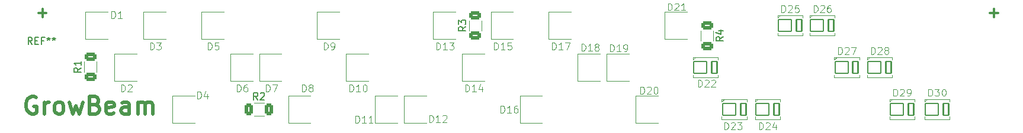
<source format=gto>
%TF.GenerationSoftware,KiCad,Pcbnew,9.0.1-9.0.1-0~ubuntu24.04.1*%
%TF.CreationDate,2025-04-24T15:40:08+00:00*%
%TF.ProjectId,growbeam,67726f77-6265-4616-9d2e-6b696361645f,rev?*%
%TF.SameCoordinates,Original*%
%TF.FileFunction,Legend,Top*%
%TF.FilePolarity,Positive*%
%FSLAX46Y46*%
G04 Gerber Fmt 4.6, Leading zero omitted, Abs format (unit mm)*
G04 Created by KiCad (PCBNEW 9.0.1-9.0.1-0~ubuntu24.04.1) date 2025-04-24 15:40:08*
%MOMM*%
%LPD*%
G01*
G04 APERTURE LIST*
G04 Aperture macros list*
%AMRoundRect*
0 Rectangle with rounded corners*
0 $1 Rounding radius*
0 $2 $3 $4 $5 $6 $7 $8 $9 X,Y pos of 4 corners*
0 Add a 4 corners polygon primitive as box body*
4,1,4,$2,$3,$4,$5,$6,$7,$8,$9,$2,$3,0*
0 Add four circle primitives for the rounded corners*
1,1,$1+$1,$2,$3*
1,1,$1+$1,$4,$5*
1,1,$1+$1,$6,$7*
1,1,$1+$1,$8,$9*
0 Add four rect primitives between the rounded corners*
20,1,$1+$1,$2,$3,$4,$5,0*
20,1,$1+$1,$4,$5,$6,$7,0*
20,1,$1+$1,$6,$7,$8,$9,0*
20,1,$1+$1,$8,$9,$2,$3,0*%
%AMFreePoly0*
4,1,27,1.750191,0.625462,1.750462,0.625191,1.750500,0.625000,1.750500,0.075000,1.750462,0.074809,1.750191,0.074538,1.750000,0.074500,1.400500,0.074500,1.400500,-0.625000,1.400462,-0.625191,1.400191,-0.625462,1.400000,-0.625500,-1.400000,-0.625500,-1.400191,-0.625462,-1.400462,-0.625191,-1.400500,-0.625000,-1.400500,0.074500,-1.750000,0.074500,-1.750191,0.074538,-1.750462,0.074809,
-1.750500,0.075000,-1.750500,0.625000,-1.750462,0.625191,-1.750191,0.625462,-1.750000,0.625500,1.750000,0.625500,1.750191,0.625462,1.750191,0.625462,$1*%
G04 Aperture macros list end*
%ADD10C,0.300000*%
%ADD11C,0.500000*%
%ADD12C,0.100000*%
%ADD13C,0.150000*%
%ADD14C,0.120000*%
%ADD15FreePoly0,270.000000*%
%ADD16FreePoly0,90.000000*%
%ADD17C,5.500000*%
%ADD18RoundRect,0.250000X-0.312500X-0.625000X0.312500X-0.625000X0.312500X0.625000X-0.312500X0.625000X0*%
%ADD19RoundRect,0.100000X-0.385000X-0.850000X0.385000X-0.850000X0.385000X0.850000X-0.385000X0.850000X0*%
%ADD20RoundRect,0.100000X-0.915000X-0.850000X0.915000X-0.850000X0.915000X0.850000X-0.915000X0.850000X0*%
%ADD21RoundRect,0.250000X0.625000X-0.312500X0.625000X0.312500X-0.625000X0.312500X-0.625000X-0.312500X0*%
%ADD22RoundRect,0.250000X-0.625000X0.312500X-0.625000X-0.312500X0.625000X-0.312500X0.625000X0.312500X0*%
G04 APERTURE END LIST*
D10*
X215554510Y-77229400D02*
X216697368Y-77229400D01*
X216125939Y-77800828D02*
X216125939Y-76657971D01*
X79554510Y-77229400D02*
X80697368Y-77229400D01*
X80125939Y-77800828D02*
X80125939Y-76657971D01*
D11*
X79233708Y-89287095D02*
X78995613Y-89168047D01*
X78995613Y-89168047D02*
X78638470Y-89168047D01*
X78638470Y-89168047D02*
X78281327Y-89287095D01*
X78281327Y-89287095D02*
X78043232Y-89525190D01*
X78043232Y-89525190D02*
X77924185Y-89763285D01*
X77924185Y-89763285D02*
X77805137Y-90239476D01*
X77805137Y-90239476D02*
X77805137Y-90596619D01*
X77805137Y-90596619D02*
X77924185Y-91072809D01*
X77924185Y-91072809D02*
X78043232Y-91310904D01*
X78043232Y-91310904D02*
X78281327Y-91549000D01*
X78281327Y-91549000D02*
X78638470Y-91668047D01*
X78638470Y-91668047D02*
X78876566Y-91668047D01*
X78876566Y-91668047D02*
X79233708Y-91549000D01*
X79233708Y-91549000D02*
X79352756Y-91429952D01*
X79352756Y-91429952D02*
X79352756Y-90596619D01*
X79352756Y-90596619D02*
X78876566Y-90596619D01*
X80424185Y-91668047D02*
X80424185Y-90001380D01*
X80424185Y-90477571D02*
X80543232Y-90239476D01*
X80543232Y-90239476D02*
X80662280Y-90120428D01*
X80662280Y-90120428D02*
X80900375Y-90001380D01*
X80900375Y-90001380D02*
X81138470Y-90001380D01*
X82328946Y-91668047D02*
X82090851Y-91549000D01*
X82090851Y-91549000D02*
X81971804Y-91429952D01*
X81971804Y-91429952D02*
X81852756Y-91191857D01*
X81852756Y-91191857D02*
X81852756Y-90477571D01*
X81852756Y-90477571D02*
X81971804Y-90239476D01*
X81971804Y-90239476D02*
X82090851Y-90120428D01*
X82090851Y-90120428D02*
X82328946Y-90001380D01*
X82328946Y-90001380D02*
X82686089Y-90001380D01*
X82686089Y-90001380D02*
X82924185Y-90120428D01*
X82924185Y-90120428D02*
X83043232Y-90239476D01*
X83043232Y-90239476D02*
X83162280Y-90477571D01*
X83162280Y-90477571D02*
X83162280Y-91191857D01*
X83162280Y-91191857D02*
X83043232Y-91429952D01*
X83043232Y-91429952D02*
X82924185Y-91549000D01*
X82924185Y-91549000D02*
X82686089Y-91668047D01*
X82686089Y-91668047D02*
X82328946Y-91668047D01*
X83995613Y-90001380D02*
X84471804Y-91668047D01*
X84471804Y-91668047D02*
X84947994Y-90477571D01*
X84947994Y-90477571D02*
X85424185Y-91668047D01*
X85424185Y-91668047D02*
X85900375Y-90001380D01*
X87686090Y-90358523D02*
X88043233Y-90477571D01*
X88043233Y-90477571D02*
X88162280Y-90596619D01*
X88162280Y-90596619D02*
X88281328Y-90834714D01*
X88281328Y-90834714D02*
X88281328Y-91191857D01*
X88281328Y-91191857D02*
X88162280Y-91429952D01*
X88162280Y-91429952D02*
X88043233Y-91549000D01*
X88043233Y-91549000D02*
X87805138Y-91668047D01*
X87805138Y-91668047D02*
X86852757Y-91668047D01*
X86852757Y-91668047D02*
X86852757Y-89168047D01*
X86852757Y-89168047D02*
X87686090Y-89168047D01*
X87686090Y-89168047D02*
X87924185Y-89287095D01*
X87924185Y-89287095D02*
X88043233Y-89406142D01*
X88043233Y-89406142D02*
X88162280Y-89644238D01*
X88162280Y-89644238D02*
X88162280Y-89882333D01*
X88162280Y-89882333D02*
X88043233Y-90120428D01*
X88043233Y-90120428D02*
X87924185Y-90239476D01*
X87924185Y-90239476D02*
X87686090Y-90358523D01*
X87686090Y-90358523D02*
X86852757Y-90358523D01*
X90305138Y-91549000D02*
X90067042Y-91668047D01*
X90067042Y-91668047D02*
X89590852Y-91668047D01*
X89590852Y-91668047D02*
X89352757Y-91549000D01*
X89352757Y-91549000D02*
X89233709Y-91310904D01*
X89233709Y-91310904D02*
X89233709Y-90358523D01*
X89233709Y-90358523D02*
X89352757Y-90120428D01*
X89352757Y-90120428D02*
X89590852Y-90001380D01*
X89590852Y-90001380D02*
X90067042Y-90001380D01*
X90067042Y-90001380D02*
X90305138Y-90120428D01*
X90305138Y-90120428D02*
X90424185Y-90358523D01*
X90424185Y-90358523D02*
X90424185Y-90596619D01*
X90424185Y-90596619D02*
X89233709Y-90834714D01*
X92567042Y-91668047D02*
X92567042Y-90358523D01*
X92567042Y-90358523D02*
X92447995Y-90120428D01*
X92447995Y-90120428D02*
X92209899Y-90001380D01*
X92209899Y-90001380D02*
X91733709Y-90001380D01*
X91733709Y-90001380D02*
X91495614Y-90120428D01*
X92567042Y-91549000D02*
X92328947Y-91668047D01*
X92328947Y-91668047D02*
X91733709Y-91668047D01*
X91733709Y-91668047D02*
X91495614Y-91549000D01*
X91495614Y-91549000D02*
X91376566Y-91310904D01*
X91376566Y-91310904D02*
X91376566Y-91072809D01*
X91376566Y-91072809D02*
X91495614Y-90834714D01*
X91495614Y-90834714D02*
X91733709Y-90715666D01*
X91733709Y-90715666D02*
X92328947Y-90715666D01*
X92328947Y-90715666D02*
X92567042Y-90596619D01*
X93757519Y-91668047D02*
X93757519Y-90001380D01*
X93757519Y-90239476D02*
X93876566Y-90120428D01*
X93876566Y-90120428D02*
X94114661Y-90001380D01*
X94114661Y-90001380D02*
X94471804Y-90001380D01*
X94471804Y-90001380D02*
X94709900Y-90120428D01*
X94709900Y-90120428D02*
X94828947Y-90358523D01*
X94828947Y-90358523D02*
X94828947Y-91668047D01*
X94828947Y-90358523D02*
X94947995Y-90120428D01*
X94947995Y-90120428D02*
X95186090Y-90001380D01*
X95186090Y-90001380D02*
X95543233Y-90001380D01*
X95543233Y-90001380D02*
X95781328Y-90120428D01*
X95781328Y-90120428D02*
X95900376Y-90358523D01*
X95900376Y-90358523D02*
X95900376Y-91668047D01*
D12*
X107951905Y-88457419D02*
X107951905Y-87457419D01*
X107951905Y-87457419D02*
X108190000Y-87457419D01*
X108190000Y-87457419D02*
X108332857Y-87505038D01*
X108332857Y-87505038D02*
X108428095Y-87600276D01*
X108428095Y-87600276D02*
X108475714Y-87695514D01*
X108475714Y-87695514D02*
X108523333Y-87885990D01*
X108523333Y-87885990D02*
X108523333Y-88028847D01*
X108523333Y-88028847D02*
X108475714Y-88219323D01*
X108475714Y-88219323D02*
X108428095Y-88314561D01*
X108428095Y-88314561D02*
X108332857Y-88409800D01*
X108332857Y-88409800D02*
X108190000Y-88457419D01*
X108190000Y-88457419D02*
X107951905Y-88457419D01*
X109380476Y-87457419D02*
X109190000Y-87457419D01*
X109190000Y-87457419D02*
X109094762Y-87505038D01*
X109094762Y-87505038D02*
X109047143Y-87552657D01*
X109047143Y-87552657D02*
X108951905Y-87695514D01*
X108951905Y-87695514D02*
X108904286Y-87885990D01*
X108904286Y-87885990D02*
X108904286Y-88266942D01*
X108904286Y-88266942D02*
X108951905Y-88362180D01*
X108951905Y-88362180D02*
X108999524Y-88409800D01*
X108999524Y-88409800D02*
X109094762Y-88457419D01*
X109094762Y-88457419D02*
X109285238Y-88457419D01*
X109285238Y-88457419D02*
X109380476Y-88409800D01*
X109380476Y-88409800D02*
X109428095Y-88362180D01*
X109428095Y-88362180D02*
X109475714Y-88266942D01*
X109475714Y-88266942D02*
X109475714Y-88028847D01*
X109475714Y-88028847D02*
X109428095Y-87933609D01*
X109428095Y-87933609D02*
X109380476Y-87885990D01*
X109380476Y-87885990D02*
X109285238Y-87838371D01*
X109285238Y-87838371D02*
X109094762Y-87838371D01*
X109094762Y-87838371D02*
X108999524Y-87885990D01*
X108999524Y-87885990D02*
X108951905Y-87933609D01*
X108951905Y-87933609D02*
X108904286Y-88028847D01*
X103813905Y-82457419D02*
X103813905Y-81457419D01*
X103813905Y-81457419D02*
X104052000Y-81457419D01*
X104052000Y-81457419D02*
X104194857Y-81505038D01*
X104194857Y-81505038D02*
X104290095Y-81600276D01*
X104290095Y-81600276D02*
X104337714Y-81695514D01*
X104337714Y-81695514D02*
X104385333Y-81885990D01*
X104385333Y-81885990D02*
X104385333Y-82028847D01*
X104385333Y-82028847D02*
X104337714Y-82219323D01*
X104337714Y-82219323D02*
X104290095Y-82314561D01*
X104290095Y-82314561D02*
X104194857Y-82409800D01*
X104194857Y-82409800D02*
X104052000Y-82457419D01*
X104052000Y-82457419D02*
X103813905Y-82457419D01*
X105290095Y-81457419D02*
X104813905Y-81457419D01*
X104813905Y-81457419D02*
X104766286Y-81933609D01*
X104766286Y-81933609D02*
X104813905Y-81885990D01*
X104813905Y-81885990D02*
X104909143Y-81838371D01*
X104909143Y-81838371D02*
X105147238Y-81838371D01*
X105147238Y-81838371D02*
X105242476Y-81885990D01*
X105242476Y-81885990D02*
X105290095Y-81933609D01*
X105290095Y-81933609D02*
X105337714Y-82028847D01*
X105337714Y-82028847D02*
X105337714Y-82266942D01*
X105337714Y-82266942D02*
X105290095Y-82362180D01*
X105290095Y-82362180D02*
X105242476Y-82409800D01*
X105242476Y-82409800D02*
X105147238Y-82457419D01*
X105147238Y-82457419D02*
X104909143Y-82457419D01*
X104909143Y-82457419D02*
X104813905Y-82409800D01*
X104813905Y-82409800D02*
X104766286Y-82362180D01*
X120364905Y-82457419D02*
X120364905Y-81457419D01*
X120364905Y-81457419D02*
X120603000Y-81457419D01*
X120603000Y-81457419D02*
X120745857Y-81505038D01*
X120745857Y-81505038D02*
X120841095Y-81600276D01*
X120841095Y-81600276D02*
X120888714Y-81695514D01*
X120888714Y-81695514D02*
X120936333Y-81885990D01*
X120936333Y-81885990D02*
X120936333Y-82028847D01*
X120936333Y-82028847D02*
X120888714Y-82219323D01*
X120888714Y-82219323D02*
X120841095Y-82314561D01*
X120841095Y-82314561D02*
X120745857Y-82409800D01*
X120745857Y-82409800D02*
X120603000Y-82457419D01*
X120603000Y-82457419D02*
X120364905Y-82457419D01*
X121412524Y-82457419D02*
X121603000Y-82457419D01*
X121603000Y-82457419D02*
X121698238Y-82409800D01*
X121698238Y-82409800D02*
X121745857Y-82362180D01*
X121745857Y-82362180D02*
X121841095Y-82219323D01*
X121841095Y-82219323D02*
X121888714Y-82028847D01*
X121888714Y-82028847D02*
X121888714Y-81647895D01*
X121888714Y-81647895D02*
X121841095Y-81552657D01*
X121841095Y-81552657D02*
X121793476Y-81505038D01*
X121793476Y-81505038D02*
X121698238Y-81457419D01*
X121698238Y-81457419D02*
X121507762Y-81457419D01*
X121507762Y-81457419D02*
X121412524Y-81505038D01*
X121412524Y-81505038D02*
X121364905Y-81552657D01*
X121364905Y-81552657D02*
X121317286Y-81647895D01*
X121317286Y-81647895D02*
X121317286Y-81885990D01*
X121317286Y-81885990D02*
X121364905Y-81981228D01*
X121364905Y-81981228D02*
X121412524Y-82028847D01*
X121412524Y-82028847D02*
X121507762Y-82076466D01*
X121507762Y-82076466D02*
X121698238Y-82076466D01*
X121698238Y-82076466D02*
X121793476Y-82028847D01*
X121793476Y-82028847D02*
X121841095Y-81981228D01*
X121841095Y-81981228D02*
X121888714Y-81885990D01*
D13*
X78666666Y-81704819D02*
X78333333Y-81228628D01*
X78095238Y-81704819D02*
X78095238Y-80704819D01*
X78095238Y-80704819D02*
X78476190Y-80704819D01*
X78476190Y-80704819D02*
X78571428Y-80752438D01*
X78571428Y-80752438D02*
X78619047Y-80800057D01*
X78619047Y-80800057D02*
X78666666Y-80895295D01*
X78666666Y-80895295D02*
X78666666Y-81038152D01*
X78666666Y-81038152D02*
X78619047Y-81133390D01*
X78619047Y-81133390D02*
X78571428Y-81181009D01*
X78571428Y-81181009D02*
X78476190Y-81228628D01*
X78476190Y-81228628D02*
X78095238Y-81228628D01*
X79095238Y-81181009D02*
X79428571Y-81181009D01*
X79571428Y-81704819D02*
X79095238Y-81704819D01*
X79095238Y-81704819D02*
X79095238Y-80704819D01*
X79095238Y-80704819D02*
X79571428Y-80704819D01*
X80333333Y-81181009D02*
X80000000Y-81181009D01*
X80000000Y-81704819D02*
X80000000Y-80704819D01*
X80000000Y-80704819D02*
X80476190Y-80704819D01*
X81000000Y-80704819D02*
X81000000Y-80942914D01*
X80761905Y-80847676D02*
X81000000Y-80942914D01*
X81000000Y-80942914D02*
X81238095Y-80847676D01*
X80857143Y-81133390D02*
X81000000Y-80942914D01*
X81000000Y-80942914D02*
X81142857Y-81133390D01*
X81761905Y-80704819D02*
X81761905Y-80942914D01*
X81523810Y-80847676D02*
X81761905Y-80942914D01*
X81761905Y-80942914D02*
X82000000Y-80847676D01*
X81619048Y-81133390D02*
X81761905Y-80942914D01*
X81761905Y-80942914D02*
X81904762Y-81133390D01*
X110920833Y-89634819D02*
X110587500Y-89158628D01*
X110349405Y-89634819D02*
X110349405Y-88634819D01*
X110349405Y-88634819D02*
X110730357Y-88634819D01*
X110730357Y-88634819D02*
X110825595Y-88682438D01*
X110825595Y-88682438D02*
X110873214Y-88730057D01*
X110873214Y-88730057D02*
X110920833Y-88825295D01*
X110920833Y-88825295D02*
X110920833Y-88968152D01*
X110920833Y-88968152D02*
X110873214Y-89063390D01*
X110873214Y-89063390D02*
X110825595Y-89111009D01*
X110825595Y-89111009D02*
X110730357Y-89158628D01*
X110730357Y-89158628D02*
X110349405Y-89158628D01*
X111301786Y-88730057D02*
X111349405Y-88682438D01*
X111349405Y-88682438D02*
X111444643Y-88634819D01*
X111444643Y-88634819D02*
X111682738Y-88634819D01*
X111682738Y-88634819D02*
X111777976Y-88682438D01*
X111777976Y-88682438D02*
X111825595Y-88730057D01*
X111825595Y-88730057D02*
X111873214Y-88825295D01*
X111873214Y-88825295D02*
X111873214Y-88920533D01*
X111873214Y-88920533D02*
X111825595Y-89063390D01*
X111825595Y-89063390D02*
X111254167Y-89634819D01*
X111254167Y-89634819D02*
X111873214Y-89634819D01*
D12*
X145617733Y-91492709D02*
X145617733Y-90492709D01*
X145617733Y-90492709D02*
X145855828Y-90492709D01*
X145855828Y-90492709D02*
X145998685Y-90540328D01*
X145998685Y-90540328D02*
X146093923Y-90635566D01*
X146093923Y-90635566D02*
X146141542Y-90730804D01*
X146141542Y-90730804D02*
X146189161Y-90921280D01*
X146189161Y-90921280D02*
X146189161Y-91064137D01*
X146189161Y-91064137D02*
X146141542Y-91254613D01*
X146141542Y-91254613D02*
X146093923Y-91349851D01*
X146093923Y-91349851D02*
X145998685Y-91445090D01*
X145998685Y-91445090D02*
X145855828Y-91492709D01*
X145855828Y-91492709D02*
X145617733Y-91492709D01*
X147141542Y-91492709D02*
X146570114Y-91492709D01*
X146855828Y-91492709D02*
X146855828Y-90492709D01*
X146855828Y-90492709D02*
X146760590Y-90635566D01*
X146760590Y-90635566D02*
X146665352Y-90730804D01*
X146665352Y-90730804D02*
X146570114Y-90778423D01*
X147998685Y-90492709D02*
X147808209Y-90492709D01*
X147808209Y-90492709D02*
X147712971Y-90540328D01*
X147712971Y-90540328D02*
X147665352Y-90587947D01*
X147665352Y-90587947D02*
X147570114Y-90730804D01*
X147570114Y-90730804D02*
X147522495Y-90921280D01*
X147522495Y-90921280D02*
X147522495Y-91302232D01*
X147522495Y-91302232D02*
X147570114Y-91397470D01*
X147570114Y-91397470D02*
X147617733Y-91445090D01*
X147617733Y-91445090D02*
X147712971Y-91492709D01*
X147712971Y-91492709D02*
X147903447Y-91492709D01*
X147903447Y-91492709D02*
X147998685Y-91445090D01*
X147998685Y-91445090D02*
X148046304Y-91397470D01*
X148046304Y-91397470D02*
X148093923Y-91302232D01*
X148093923Y-91302232D02*
X148093923Y-91064137D01*
X148093923Y-91064137D02*
X148046304Y-90968899D01*
X148046304Y-90968899D02*
X147998685Y-90921280D01*
X147998685Y-90921280D02*
X147903447Y-90873661D01*
X147903447Y-90873661D02*
X147712971Y-90873661D01*
X147712971Y-90873661D02*
X147617733Y-90921280D01*
X147617733Y-90921280D02*
X147570114Y-90968899D01*
X147570114Y-90968899D02*
X147522495Y-91064137D01*
X140578714Y-88457419D02*
X140578714Y-87457419D01*
X140578714Y-87457419D02*
X140816809Y-87457419D01*
X140816809Y-87457419D02*
X140959666Y-87505038D01*
X140959666Y-87505038D02*
X141054904Y-87600276D01*
X141054904Y-87600276D02*
X141102523Y-87695514D01*
X141102523Y-87695514D02*
X141150142Y-87885990D01*
X141150142Y-87885990D02*
X141150142Y-88028847D01*
X141150142Y-88028847D02*
X141102523Y-88219323D01*
X141102523Y-88219323D02*
X141054904Y-88314561D01*
X141054904Y-88314561D02*
X140959666Y-88409800D01*
X140959666Y-88409800D02*
X140816809Y-88457419D01*
X140816809Y-88457419D02*
X140578714Y-88457419D01*
X142102523Y-88457419D02*
X141531095Y-88457419D01*
X141816809Y-88457419D02*
X141816809Y-87457419D01*
X141816809Y-87457419D02*
X141721571Y-87600276D01*
X141721571Y-87600276D02*
X141626333Y-87695514D01*
X141626333Y-87695514D02*
X141531095Y-87743133D01*
X142959666Y-87790752D02*
X142959666Y-88457419D01*
X142721571Y-87409800D02*
X142483476Y-88124085D01*
X142483476Y-88124085D02*
X143102523Y-88124085D01*
X124889080Y-92933069D02*
X124889080Y-91933069D01*
X124889080Y-91933069D02*
X125127175Y-91933069D01*
X125127175Y-91933069D02*
X125270032Y-91980688D01*
X125270032Y-91980688D02*
X125365270Y-92075926D01*
X125365270Y-92075926D02*
X125412889Y-92171164D01*
X125412889Y-92171164D02*
X125460508Y-92361640D01*
X125460508Y-92361640D02*
X125460508Y-92504497D01*
X125460508Y-92504497D02*
X125412889Y-92694973D01*
X125412889Y-92694973D02*
X125365270Y-92790211D01*
X125365270Y-92790211D02*
X125270032Y-92885450D01*
X125270032Y-92885450D02*
X125127175Y-92933069D01*
X125127175Y-92933069D02*
X124889080Y-92933069D01*
X126412889Y-92933069D02*
X125841461Y-92933069D01*
X126127175Y-92933069D02*
X126127175Y-91933069D01*
X126127175Y-91933069D02*
X126031937Y-92075926D01*
X126031937Y-92075926D02*
X125936699Y-92171164D01*
X125936699Y-92171164D02*
X125841461Y-92218783D01*
X127365270Y-92933069D02*
X126793842Y-92933069D01*
X127079556Y-92933069D02*
X127079556Y-91933069D01*
X127079556Y-91933069D02*
X126984318Y-92075926D01*
X126984318Y-92075926D02*
X126889080Y-92171164D01*
X126889080Y-92171164D02*
X126793842Y-92218783D01*
X89999472Y-77944488D02*
X89999472Y-76944488D01*
X89999472Y-76944488D02*
X90237567Y-76944488D01*
X90237567Y-76944488D02*
X90380424Y-76992107D01*
X90380424Y-76992107D02*
X90475662Y-77087345D01*
X90475662Y-77087345D02*
X90523281Y-77182583D01*
X90523281Y-77182583D02*
X90570900Y-77373059D01*
X90570900Y-77373059D02*
X90570900Y-77515916D01*
X90570900Y-77515916D02*
X90523281Y-77706392D01*
X90523281Y-77706392D02*
X90475662Y-77801630D01*
X90475662Y-77801630D02*
X90380424Y-77896869D01*
X90380424Y-77896869D02*
X90237567Y-77944488D01*
X90237567Y-77944488D02*
X89999472Y-77944488D01*
X91523281Y-77944488D02*
X90951853Y-77944488D01*
X91237567Y-77944488D02*
X91237567Y-76944488D01*
X91237567Y-76944488D02*
X91142329Y-77087345D01*
X91142329Y-77087345D02*
X91047091Y-77182583D01*
X91047091Y-77182583D02*
X90951853Y-77230202D01*
X144716714Y-82457419D02*
X144716714Y-81457419D01*
X144716714Y-81457419D02*
X144954809Y-81457419D01*
X144954809Y-81457419D02*
X145097666Y-81505038D01*
X145097666Y-81505038D02*
X145192904Y-81600276D01*
X145192904Y-81600276D02*
X145240523Y-81695514D01*
X145240523Y-81695514D02*
X145288142Y-81885990D01*
X145288142Y-81885990D02*
X145288142Y-82028847D01*
X145288142Y-82028847D02*
X145240523Y-82219323D01*
X145240523Y-82219323D02*
X145192904Y-82314561D01*
X145192904Y-82314561D02*
X145097666Y-82409800D01*
X145097666Y-82409800D02*
X144954809Y-82457419D01*
X144954809Y-82457419D02*
X144716714Y-82457419D01*
X146240523Y-82457419D02*
X145669095Y-82457419D01*
X145954809Y-82457419D02*
X145954809Y-81457419D01*
X145954809Y-81457419D02*
X145859571Y-81600276D01*
X145859571Y-81600276D02*
X145764333Y-81695514D01*
X145764333Y-81695514D02*
X145669095Y-81743133D01*
X147145285Y-81457419D02*
X146669095Y-81457419D01*
X146669095Y-81457419D02*
X146621476Y-81933609D01*
X146621476Y-81933609D02*
X146669095Y-81885990D01*
X146669095Y-81885990D02*
X146764333Y-81838371D01*
X146764333Y-81838371D02*
X147002428Y-81838371D01*
X147002428Y-81838371D02*
X147097666Y-81885990D01*
X147097666Y-81885990D02*
X147145285Y-81933609D01*
X147145285Y-81933609D02*
X147192904Y-82028847D01*
X147192904Y-82028847D02*
X147192904Y-82266942D01*
X147192904Y-82266942D02*
X147145285Y-82362180D01*
X147145285Y-82362180D02*
X147097666Y-82409800D01*
X147097666Y-82409800D02*
X147002428Y-82457419D01*
X147002428Y-82457419D02*
X146764333Y-82457419D01*
X146764333Y-82457419D02*
X146669095Y-82409800D01*
X146669095Y-82409800D02*
X146621476Y-82362180D01*
X173855296Y-87785455D02*
X173855296Y-86785455D01*
X173855296Y-86785455D02*
X174093391Y-86785455D01*
X174093391Y-86785455D02*
X174236248Y-86833074D01*
X174236248Y-86833074D02*
X174331486Y-86928312D01*
X174331486Y-86928312D02*
X174379105Y-87023550D01*
X174379105Y-87023550D02*
X174426724Y-87214026D01*
X174426724Y-87214026D02*
X174426724Y-87356883D01*
X174426724Y-87356883D02*
X174379105Y-87547359D01*
X174379105Y-87547359D02*
X174331486Y-87642597D01*
X174331486Y-87642597D02*
X174236248Y-87737836D01*
X174236248Y-87737836D02*
X174093391Y-87785455D01*
X174093391Y-87785455D02*
X173855296Y-87785455D01*
X174807677Y-86880693D02*
X174855296Y-86833074D01*
X174855296Y-86833074D02*
X174950534Y-86785455D01*
X174950534Y-86785455D02*
X175188629Y-86785455D01*
X175188629Y-86785455D02*
X175283867Y-86833074D01*
X175283867Y-86833074D02*
X175331486Y-86880693D01*
X175331486Y-86880693D02*
X175379105Y-86975931D01*
X175379105Y-86975931D02*
X175379105Y-87071169D01*
X175379105Y-87071169D02*
X175331486Y-87214026D01*
X175331486Y-87214026D02*
X174760058Y-87785455D01*
X174760058Y-87785455D02*
X175379105Y-87785455D01*
X175760058Y-86880693D02*
X175807677Y-86833074D01*
X175807677Y-86833074D02*
X175902915Y-86785455D01*
X175902915Y-86785455D02*
X176141010Y-86785455D01*
X176141010Y-86785455D02*
X176236248Y-86833074D01*
X176236248Y-86833074D02*
X176283867Y-86880693D01*
X176283867Y-86880693D02*
X176331486Y-86975931D01*
X176331486Y-86975931D02*
X176331486Y-87071169D01*
X176331486Y-87071169D02*
X176283867Y-87214026D01*
X176283867Y-87214026D02*
X175712439Y-87785455D01*
X175712439Y-87785455D02*
X176331486Y-87785455D01*
X112089905Y-88457419D02*
X112089905Y-87457419D01*
X112089905Y-87457419D02*
X112328000Y-87457419D01*
X112328000Y-87457419D02*
X112470857Y-87505038D01*
X112470857Y-87505038D02*
X112566095Y-87600276D01*
X112566095Y-87600276D02*
X112613714Y-87695514D01*
X112613714Y-87695514D02*
X112661333Y-87885990D01*
X112661333Y-87885990D02*
X112661333Y-88028847D01*
X112661333Y-88028847D02*
X112613714Y-88219323D01*
X112613714Y-88219323D02*
X112566095Y-88314561D01*
X112566095Y-88314561D02*
X112470857Y-88409800D01*
X112470857Y-88409800D02*
X112328000Y-88457419D01*
X112328000Y-88457419D02*
X112089905Y-88457419D01*
X112994667Y-87457419D02*
X113661333Y-87457419D01*
X113661333Y-87457419D02*
X113232762Y-88457419D01*
D13*
X85634819Y-85079166D02*
X85158628Y-85412499D01*
X85634819Y-85650594D02*
X84634819Y-85650594D01*
X84634819Y-85650594D02*
X84634819Y-85269642D01*
X84634819Y-85269642D02*
X84682438Y-85174404D01*
X84682438Y-85174404D02*
X84730057Y-85126785D01*
X84730057Y-85126785D02*
X84825295Y-85079166D01*
X84825295Y-85079166D02*
X84968152Y-85079166D01*
X84968152Y-85079166D02*
X85063390Y-85126785D01*
X85063390Y-85126785D02*
X85111009Y-85174404D01*
X85111009Y-85174404D02*
X85158628Y-85269642D01*
X85158628Y-85269642D02*
X85158628Y-85650594D01*
X85634819Y-84126785D02*
X85634819Y-84698213D01*
X85634819Y-84412499D02*
X84634819Y-84412499D01*
X84634819Y-84412499D02*
X84777676Y-84507737D01*
X84777676Y-84507737D02*
X84872914Y-84602975D01*
X84872914Y-84602975D02*
X84920533Y-84698213D01*
X140634819Y-79166666D02*
X140158628Y-79499999D01*
X140634819Y-79738094D02*
X139634819Y-79738094D01*
X139634819Y-79738094D02*
X139634819Y-79357142D01*
X139634819Y-79357142D02*
X139682438Y-79261904D01*
X139682438Y-79261904D02*
X139730057Y-79214285D01*
X139730057Y-79214285D02*
X139825295Y-79166666D01*
X139825295Y-79166666D02*
X139968152Y-79166666D01*
X139968152Y-79166666D02*
X140063390Y-79214285D01*
X140063390Y-79214285D02*
X140111009Y-79261904D01*
X140111009Y-79261904D02*
X140158628Y-79357142D01*
X140158628Y-79357142D02*
X140158628Y-79738094D01*
X139634819Y-78833332D02*
X139634819Y-78214285D01*
X139634819Y-78214285D02*
X140015771Y-78547618D01*
X140015771Y-78547618D02*
X140015771Y-78404761D01*
X140015771Y-78404761D02*
X140063390Y-78309523D01*
X140063390Y-78309523D02*
X140111009Y-78261904D01*
X140111009Y-78261904D02*
X140206247Y-78214285D01*
X140206247Y-78214285D02*
X140444342Y-78214285D01*
X140444342Y-78214285D02*
X140539580Y-78261904D01*
X140539580Y-78261904D02*
X140587200Y-78309523D01*
X140587200Y-78309523D02*
X140634819Y-78404761D01*
X140634819Y-78404761D02*
X140634819Y-78690475D01*
X140634819Y-78690475D02*
X140587200Y-78785713D01*
X140587200Y-78785713D02*
X140539580Y-78833332D01*
D12*
X169555092Y-76833156D02*
X169555092Y-75833156D01*
X169555092Y-75833156D02*
X169793187Y-75833156D01*
X169793187Y-75833156D02*
X169936044Y-75880775D01*
X169936044Y-75880775D02*
X170031282Y-75976013D01*
X170031282Y-75976013D02*
X170078901Y-76071251D01*
X170078901Y-76071251D02*
X170126520Y-76261727D01*
X170126520Y-76261727D02*
X170126520Y-76404584D01*
X170126520Y-76404584D02*
X170078901Y-76595060D01*
X170078901Y-76595060D02*
X170031282Y-76690298D01*
X170031282Y-76690298D02*
X169936044Y-76785537D01*
X169936044Y-76785537D02*
X169793187Y-76833156D01*
X169793187Y-76833156D02*
X169555092Y-76833156D01*
X170507473Y-75928394D02*
X170555092Y-75880775D01*
X170555092Y-75880775D02*
X170650330Y-75833156D01*
X170650330Y-75833156D02*
X170888425Y-75833156D01*
X170888425Y-75833156D02*
X170983663Y-75880775D01*
X170983663Y-75880775D02*
X171031282Y-75928394D01*
X171031282Y-75928394D02*
X171078901Y-76023632D01*
X171078901Y-76023632D02*
X171078901Y-76118870D01*
X171078901Y-76118870D02*
X171031282Y-76261727D01*
X171031282Y-76261727D02*
X170459854Y-76833156D01*
X170459854Y-76833156D02*
X171078901Y-76833156D01*
X172031282Y-76833156D02*
X171459854Y-76833156D01*
X171745568Y-76833156D02*
X171745568Y-75833156D01*
X171745568Y-75833156D02*
X171650330Y-75976013D01*
X171650330Y-75976013D02*
X171555092Y-76071251D01*
X171555092Y-76071251D02*
X171459854Y-76118870D01*
X198585714Y-83107419D02*
X198585714Y-82107419D01*
X198585714Y-82107419D02*
X198823809Y-82107419D01*
X198823809Y-82107419D02*
X198966666Y-82155038D01*
X198966666Y-82155038D02*
X199061904Y-82250276D01*
X199061904Y-82250276D02*
X199109523Y-82345514D01*
X199109523Y-82345514D02*
X199157142Y-82535990D01*
X199157142Y-82535990D02*
X199157142Y-82678847D01*
X199157142Y-82678847D02*
X199109523Y-82869323D01*
X199109523Y-82869323D02*
X199061904Y-82964561D01*
X199061904Y-82964561D02*
X198966666Y-83059800D01*
X198966666Y-83059800D02*
X198823809Y-83107419D01*
X198823809Y-83107419D02*
X198585714Y-83107419D01*
X199538095Y-82202657D02*
X199585714Y-82155038D01*
X199585714Y-82155038D02*
X199680952Y-82107419D01*
X199680952Y-82107419D02*
X199919047Y-82107419D01*
X199919047Y-82107419D02*
X200014285Y-82155038D01*
X200014285Y-82155038D02*
X200061904Y-82202657D01*
X200061904Y-82202657D02*
X200109523Y-82297895D01*
X200109523Y-82297895D02*
X200109523Y-82393133D01*
X200109523Y-82393133D02*
X200061904Y-82535990D01*
X200061904Y-82535990D02*
X199490476Y-83107419D01*
X199490476Y-83107419D02*
X200109523Y-83107419D01*
X200680952Y-82535990D02*
X200585714Y-82488371D01*
X200585714Y-82488371D02*
X200538095Y-82440752D01*
X200538095Y-82440752D02*
X200490476Y-82345514D01*
X200490476Y-82345514D02*
X200490476Y-82297895D01*
X200490476Y-82297895D02*
X200538095Y-82202657D01*
X200538095Y-82202657D02*
X200585714Y-82155038D01*
X200585714Y-82155038D02*
X200680952Y-82107419D01*
X200680952Y-82107419D02*
X200871428Y-82107419D01*
X200871428Y-82107419D02*
X200966666Y-82155038D01*
X200966666Y-82155038D02*
X201014285Y-82202657D01*
X201014285Y-82202657D02*
X201061904Y-82297895D01*
X201061904Y-82297895D02*
X201061904Y-82345514D01*
X201061904Y-82345514D02*
X201014285Y-82440752D01*
X201014285Y-82440752D02*
X200966666Y-82488371D01*
X200966666Y-82488371D02*
X200871428Y-82535990D01*
X200871428Y-82535990D02*
X200680952Y-82535990D01*
X200680952Y-82535990D02*
X200585714Y-82583609D01*
X200585714Y-82583609D02*
X200538095Y-82631228D01*
X200538095Y-82631228D02*
X200490476Y-82726466D01*
X200490476Y-82726466D02*
X200490476Y-82916942D01*
X200490476Y-82916942D02*
X200538095Y-83012180D01*
X200538095Y-83012180D02*
X200585714Y-83059800D01*
X200585714Y-83059800D02*
X200680952Y-83107419D01*
X200680952Y-83107419D02*
X200871428Y-83107419D01*
X200871428Y-83107419D02*
X200966666Y-83059800D01*
X200966666Y-83059800D02*
X201014285Y-83012180D01*
X201014285Y-83012180D02*
X201061904Y-82916942D01*
X201061904Y-82916942D02*
X201061904Y-82726466D01*
X201061904Y-82726466D02*
X201014285Y-82631228D01*
X201014285Y-82631228D02*
X200966666Y-82583609D01*
X200966666Y-82583609D02*
X200871428Y-82535990D01*
X165608769Y-88782476D02*
X165608769Y-87782476D01*
X165608769Y-87782476D02*
X165846864Y-87782476D01*
X165846864Y-87782476D02*
X165989721Y-87830095D01*
X165989721Y-87830095D02*
X166084959Y-87925333D01*
X166084959Y-87925333D02*
X166132578Y-88020571D01*
X166132578Y-88020571D02*
X166180197Y-88211047D01*
X166180197Y-88211047D02*
X166180197Y-88353904D01*
X166180197Y-88353904D02*
X166132578Y-88544380D01*
X166132578Y-88544380D02*
X166084959Y-88639618D01*
X166084959Y-88639618D02*
X165989721Y-88734857D01*
X165989721Y-88734857D02*
X165846864Y-88782476D01*
X165846864Y-88782476D02*
X165608769Y-88782476D01*
X166561150Y-87877714D02*
X166608769Y-87830095D01*
X166608769Y-87830095D02*
X166704007Y-87782476D01*
X166704007Y-87782476D02*
X166942102Y-87782476D01*
X166942102Y-87782476D02*
X167037340Y-87830095D01*
X167037340Y-87830095D02*
X167084959Y-87877714D01*
X167084959Y-87877714D02*
X167132578Y-87972952D01*
X167132578Y-87972952D02*
X167132578Y-88068190D01*
X167132578Y-88068190D02*
X167084959Y-88211047D01*
X167084959Y-88211047D02*
X166513531Y-88782476D01*
X166513531Y-88782476D02*
X167132578Y-88782476D01*
X167751626Y-87782476D02*
X167846864Y-87782476D01*
X167846864Y-87782476D02*
X167942102Y-87830095D01*
X167942102Y-87830095D02*
X167989721Y-87877714D01*
X167989721Y-87877714D02*
X168037340Y-87972952D01*
X168037340Y-87972952D02*
X168084959Y-88163428D01*
X168084959Y-88163428D02*
X168084959Y-88401523D01*
X168084959Y-88401523D02*
X168037340Y-88591999D01*
X168037340Y-88591999D02*
X167989721Y-88687237D01*
X167989721Y-88687237D02*
X167942102Y-88734857D01*
X167942102Y-88734857D02*
X167846864Y-88782476D01*
X167846864Y-88782476D02*
X167751626Y-88782476D01*
X167751626Y-88782476D02*
X167656388Y-88734857D01*
X167656388Y-88734857D02*
X167608769Y-88687237D01*
X167608769Y-88687237D02*
X167561150Y-88591999D01*
X167561150Y-88591999D02*
X167513531Y-88401523D01*
X167513531Y-88401523D02*
X167513531Y-88163428D01*
X167513531Y-88163428D02*
X167561150Y-87972952D01*
X167561150Y-87972952D02*
X167608769Y-87877714D01*
X167608769Y-87877714D02*
X167656388Y-87830095D01*
X167656388Y-87830095D02*
X167751626Y-87782476D01*
X190385714Y-77107419D02*
X190385714Y-76107419D01*
X190385714Y-76107419D02*
X190623809Y-76107419D01*
X190623809Y-76107419D02*
X190766666Y-76155038D01*
X190766666Y-76155038D02*
X190861904Y-76250276D01*
X190861904Y-76250276D02*
X190909523Y-76345514D01*
X190909523Y-76345514D02*
X190957142Y-76535990D01*
X190957142Y-76535990D02*
X190957142Y-76678847D01*
X190957142Y-76678847D02*
X190909523Y-76869323D01*
X190909523Y-76869323D02*
X190861904Y-76964561D01*
X190861904Y-76964561D02*
X190766666Y-77059800D01*
X190766666Y-77059800D02*
X190623809Y-77107419D01*
X190623809Y-77107419D02*
X190385714Y-77107419D01*
X191338095Y-76202657D02*
X191385714Y-76155038D01*
X191385714Y-76155038D02*
X191480952Y-76107419D01*
X191480952Y-76107419D02*
X191719047Y-76107419D01*
X191719047Y-76107419D02*
X191814285Y-76155038D01*
X191814285Y-76155038D02*
X191861904Y-76202657D01*
X191861904Y-76202657D02*
X191909523Y-76297895D01*
X191909523Y-76297895D02*
X191909523Y-76393133D01*
X191909523Y-76393133D02*
X191861904Y-76535990D01*
X191861904Y-76535990D02*
X191290476Y-77107419D01*
X191290476Y-77107419D02*
X191909523Y-77107419D01*
X192766666Y-76107419D02*
X192576190Y-76107419D01*
X192576190Y-76107419D02*
X192480952Y-76155038D01*
X192480952Y-76155038D02*
X192433333Y-76202657D01*
X192433333Y-76202657D02*
X192338095Y-76345514D01*
X192338095Y-76345514D02*
X192290476Y-76535990D01*
X192290476Y-76535990D02*
X192290476Y-76916942D01*
X192290476Y-76916942D02*
X192338095Y-77012180D01*
X192338095Y-77012180D02*
X192385714Y-77059800D01*
X192385714Y-77059800D02*
X192480952Y-77107419D01*
X192480952Y-77107419D02*
X192671428Y-77107419D01*
X192671428Y-77107419D02*
X192766666Y-77059800D01*
X192766666Y-77059800D02*
X192814285Y-77012180D01*
X192814285Y-77012180D02*
X192861904Y-76916942D01*
X192861904Y-76916942D02*
X192861904Y-76678847D01*
X192861904Y-76678847D02*
X192814285Y-76583609D01*
X192814285Y-76583609D02*
X192766666Y-76535990D01*
X192766666Y-76535990D02*
X192671428Y-76488371D01*
X192671428Y-76488371D02*
X192480952Y-76488371D01*
X192480952Y-76488371D02*
X192385714Y-76535990D01*
X192385714Y-76535990D02*
X192338095Y-76583609D01*
X192338095Y-76583609D02*
X192290476Y-76678847D01*
X152992714Y-82457419D02*
X152992714Y-81457419D01*
X152992714Y-81457419D02*
X153230809Y-81457419D01*
X153230809Y-81457419D02*
X153373666Y-81505038D01*
X153373666Y-81505038D02*
X153468904Y-81600276D01*
X153468904Y-81600276D02*
X153516523Y-81695514D01*
X153516523Y-81695514D02*
X153564142Y-81885990D01*
X153564142Y-81885990D02*
X153564142Y-82028847D01*
X153564142Y-82028847D02*
X153516523Y-82219323D01*
X153516523Y-82219323D02*
X153468904Y-82314561D01*
X153468904Y-82314561D02*
X153373666Y-82409800D01*
X153373666Y-82409800D02*
X153230809Y-82457419D01*
X153230809Y-82457419D02*
X152992714Y-82457419D01*
X154516523Y-82457419D02*
X153945095Y-82457419D01*
X154230809Y-82457419D02*
X154230809Y-81457419D01*
X154230809Y-81457419D02*
X154135571Y-81600276D01*
X154135571Y-81600276D02*
X154040333Y-81695514D01*
X154040333Y-81695514D02*
X153945095Y-81743133D01*
X154849857Y-81457419D02*
X155516523Y-81457419D01*
X155516523Y-81457419D02*
X155087952Y-82457419D01*
X102261905Y-89457419D02*
X102261905Y-88457419D01*
X102261905Y-88457419D02*
X102500000Y-88457419D01*
X102500000Y-88457419D02*
X102642857Y-88505038D01*
X102642857Y-88505038D02*
X102738095Y-88600276D01*
X102738095Y-88600276D02*
X102785714Y-88695514D01*
X102785714Y-88695514D02*
X102833333Y-88885990D01*
X102833333Y-88885990D02*
X102833333Y-89028847D01*
X102833333Y-89028847D02*
X102785714Y-89219323D01*
X102785714Y-89219323D02*
X102738095Y-89314561D01*
X102738095Y-89314561D02*
X102642857Y-89409800D01*
X102642857Y-89409800D02*
X102500000Y-89457419D01*
X102500000Y-89457419D02*
X102261905Y-89457419D01*
X103690476Y-88790752D02*
X103690476Y-89457419D01*
X103452381Y-88409800D02*
X103214286Y-89124085D01*
X103214286Y-89124085D02*
X103833333Y-89124085D01*
X201785714Y-89107419D02*
X201785714Y-88107419D01*
X201785714Y-88107419D02*
X202023809Y-88107419D01*
X202023809Y-88107419D02*
X202166666Y-88155038D01*
X202166666Y-88155038D02*
X202261904Y-88250276D01*
X202261904Y-88250276D02*
X202309523Y-88345514D01*
X202309523Y-88345514D02*
X202357142Y-88535990D01*
X202357142Y-88535990D02*
X202357142Y-88678847D01*
X202357142Y-88678847D02*
X202309523Y-88869323D01*
X202309523Y-88869323D02*
X202261904Y-88964561D01*
X202261904Y-88964561D02*
X202166666Y-89059800D01*
X202166666Y-89059800D02*
X202023809Y-89107419D01*
X202023809Y-89107419D02*
X201785714Y-89107419D01*
X202738095Y-88202657D02*
X202785714Y-88155038D01*
X202785714Y-88155038D02*
X202880952Y-88107419D01*
X202880952Y-88107419D02*
X203119047Y-88107419D01*
X203119047Y-88107419D02*
X203214285Y-88155038D01*
X203214285Y-88155038D02*
X203261904Y-88202657D01*
X203261904Y-88202657D02*
X203309523Y-88297895D01*
X203309523Y-88297895D02*
X203309523Y-88393133D01*
X203309523Y-88393133D02*
X203261904Y-88535990D01*
X203261904Y-88535990D02*
X202690476Y-89107419D01*
X202690476Y-89107419D02*
X203309523Y-89107419D01*
X203785714Y-89107419D02*
X203976190Y-89107419D01*
X203976190Y-89107419D02*
X204071428Y-89059800D01*
X204071428Y-89059800D02*
X204119047Y-89012180D01*
X204119047Y-89012180D02*
X204214285Y-88869323D01*
X204214285Y-88869323D02*
X204261904Y-88678847D01*
X204261904Y-88678847D02*
X204261904Y-88297895D01*
X204261904Y-88297895D02*
X204214285Y-88202657D01*
X204214285Y-88202657D02*
X204166666Y-88155038D01*
X204166666Y-88155038D02*
X204071428Y-88107419D01*
X204071428Y-88107419D02*
X203880952Y-88107419D01*
X203880952Y-88107419D02*
X203785714Y-88155038D01*
X203785714Y-88155038D02*
X203738095Y-88202657D01*
X203738095Y-88202657D02*
X203690476Y-88297895D01*
X203690476Y-88297895D02*
X203690476Y-88535990D01*
X203690476Y-88535990D02*
X203738095Y-88631228D01*
X203738095Y-88631228D02*
X203785714Y-88678847D01*
X203785714Y-88678847D02*
X203880952Y-88726466D01*
X203880952Y-88726466D02*
X204071428Y-88726466D01*
X204071428Y-88726466D02*
X204166666Y-88678847D01*
X204166666Y-88678847D02*
X204214285Y-88631228D01*
X204214285Y-88631228D02*
X204261904Y-88535990D01*
X91399905Y-88457419D02*
X91399905Y-87457419D01*
X91399905Y-87457419D02*
X91638000Y-87457419D01*
X91638000Y-87457419D02*
X91780857Y-87505038D01*
X91780857Y-87505038D02*
X91876095Y-87600276D01*
X91876095Y-87600276D02*
X91923714Y-87695514D01*
X91923714Y-87695514D02*
X91971333Y-87885990D01*
X91971333Y-87885990D02*
X91971333Y-88028847D01*
X91971333Y-88028847D02*
X91923714Y-88219323D01*
X91923714Y-88219323D02*
X91876095Y-88314561D01*
X91876095Y-88314561D02*
X91780857Y-88409800D01*
X91780857Y-88409800D02*
X91638000Y-88457419D01*
X91638000Y-88457419D02*
X91399905Y-88457419D01*
X92352286Y-87552657D02*
X92399905Y-87505038D01*
X92399905Y-87505038D02*
X92495143Y-87457419D01*
X92495143Y-87457419D02*
X92733238Y-87457419D01*
X92733238Y-87457419D02*
X92828476Y-87505038D01*
X92828476Y-87505038D02*
X92876095Y-87552657D01*
X92876095Y-87552657D02*
X92923714Y-87647895D01*
X92923714Y-87647895D02*
X92923714Y-87743133D01*
X92923714Y-87743133D02*
X92876095Y-87885990D01*
X92876095Y-87885990D02*
X92304667Y-88457419D01*
X92304667Y-88457419D02*
X92923714Y-88457419D01*
X95537905Y-82457419D02*
X95537905Y-81457419D01*
X95537905Y-81457419D02*
X95776000Y-81457419D01*
X95776000Y-81457419D02*
X95918857Y-81505038D01*
X95918857Y-81505038D02*
X96014095Y-81600276D01*
X96014095Y-81600276D02*
X96061714Y-81695514D01*
X96061714Y-81695514D02*
X96109333Y-81885990D01*
X96109333Y-81885990D02*
X96109333Y-82028847D01*
X96109333Y-82028847D02*
X96061714Y-82219323D01*
X96061714Y-82219323D02*
X96014095Y-82314561D01*
X96014095Y-82314561D02*
X95918857Y-82409800D01*
X95918857Y-82409800D02*
X95776000Y-82457419D01*
X95776000Y-82457419D02*
X95537905Y-82457419D01*
X96442667Y-81457419D02*
X97061714Y-81457419D01*
X97061714Y-81457419D02*
X96728381Y-81838371D01*
X96728381Y-81838371D02*
X96871238Y-81838371D01*
X96871238Y-81838371D02*
X96966476Y-81885990D01*
X96966476Y-81885990D02*
X97014095Y-81933609D01*
X97014095Y-81933609D02*
X97061714Y-82028847D01*
X97061714Y-82028847D02*
X97061714Y-82266942D01*
X97061714Y-82266942D02*
X97014095Y-82362180D01*
X97014095Y-82362180D02*
X96966476Y-82409800D01*
X96966476Y-82409800D02*
X96871238Y-82457419D01*
X96871238Y-82457419D02*
X96585524Y-82457419D01*
X96585524Y-82457419D02*
X96490286Y-82409800D01*
X96490286Y-82409800D02*
X96442667Y-82362180D01*
X136440714Y-82457419D02*
X136440714Y-81457419D01*
X136440714Y-81457419D02*
X136678809Y-81457419D01*
X136678809Y-81457419D02*
X136821666Y-81505038D01*
X136821666Y-81505038D02*
X136916904Y-81600276D01*
X136916904Y-81600276D02*
X136964523Y-81695514D01*
X136964523Y-81695514D02*
X137012142Y-81885990D01*
X137012142Y-81885990D02*
X137012142Y-82028847D01*
X137012142Y-82028847D02*
X136964523Y-82219323D01*
X136964523Y-82219323D02*
X136916904Y-82314561D01*
X136916904Y-82314561D02*
X136821666Y-82409800D01*
X136821666Y-82409800D02*
X136678809Y-82457419D01*
X136678809Y-82457419D02*
X136440714Y-82457419D01*
X137964523Y-82457419D02*
X137393095Y-82457419D01*
X137678809Y-82457419D02*
X137678809Y-81457419D01*
X137678809Y-81457419D02*
X137583571Y-81600276D01*
X137583571Y-81600276D02*
X137488333Y-81695514D01*
X137488333Y-81695514D02*
X137393095Y-81743133D01*
X138297857Y-81457419D02*
X138916904Y-81457419D01*
X138916904Y-81457419D02*
X138583571Y-81838371D01*
X138583571Y-81838371D02*
X138726428Y-81838371D01*
X138726428Y-81838371D02*
X138821666Y-81885990D01*
X138821666Y-81885990D02*
X138869285Y-81933609D01*
X138869285Y-81933609D02*
X138916904Y-82028847D01*
X138916904Y-82028847D02*
X138916904Y-82266942D01*
X138916904Y-82266942D02*
X138869285Y-82362180D01*
X138869285Y-82362180D02*
X138821666Y-82409800D01*
X138821666Y-82409800D02*
X138726428Y-82457419D01*
X138726428Y-82457419D02*
X138440714Y-82457419D01*
X138440714Y-82457419D02*
X138345476Y-82409800D01*
X138345476Y-82409800D02*
X138297857Y-82362180D01*
X157196234Y-82645291D02*
X157196234Y-81645291D01*
X157196234Y-81645291D02*
X157434329Y-81645291D01*
X157434329Y-81645291D02*
X157577186Y-81692910D01*
X157577186Y-81692910D02*
X157672424Y-81788148D01*
X157672424Y-81788148D02*
X157720043Y-81883386D01*
X157720043Y-81883386D02*
X157767662Y-82073862D01*
X157767662Y-82073862D02*
X157767662Y-82216719D01*
X157767662Y-82216719D02*
X157720043Y-82407195D01*
X157720043Y-82407195D02*
X157672424Y-82502433D01*
X157672424Y-82502433D02*
X157577186Y-82597672D01*
X157577186Y-82597672D02*
X157434329Y-82645291D01*
X157434329Y-82645291D02*
X157196234Y-82645291D01*
X158720043Y-82645291D02*
X158148615Y-82645291D01*
X158434329Y-82645291D02*
X158434329Y-81645291D01*
X158434329Y-81645291D02*
X158339091Y-81788148D01*
X158339091Y-81788148D02*
X158243853Y-81883386D01*
X158243853Y-81883386D02*
X158148615Y-81931005D01*
X159291472Y-82073862D02*
X159196234Y-82026243D01*
X159196234Y-82026243D02*
X159148615Y-81978624D01*
X159148615Y-81978624D02*
X159100996Y-81883386D01*
X159100996Y-81883386D02*
X159100996Y-81835767D01*
X159100996Y-81835767D02*
X159148615Y-81740529D01*
X159148615Y-81740529D02*
X159196234Y-81692910D01*
X159196234Y-81692910D02*
X159291472Y-81645291D01*
X159291472Y-81645291D02*
X159481948Y-81645291D01*
X159481948Y-81645291D02*
X159577186Y-81692910D01*
X159577186Y-81692910D02*
X159624805Y-81740529D01*
X159624805Y-81740529D02*
X159672424Y-81835767D01*
X159672424Y-81835767D02*
X159672424Y-81883386D01*
X159672424Y-81883386D02*
X159624805Y-81978624D01*
X159624805Y-81978624D02*
X159577186Y-82026243D01*
X159577186Y-82026243D02*
X159481948Y-82073862D01*
X159481948Y-82073862D02*
X159291472Y-82073862D01*
X159291472Y-82073862D02*
X159196234Y-82121481D01*
X159196234Y-82121481D02*
X159148615Y-82169100D01*
X159148615Y-82169100D02*
X159100996Y-82264338D01*
X159100996Y-82264338D02*
X159100996Y-82454814D01*
X159100996Y-82454814D02*
X159148615Y-82550052D01*
X159148615Y-82550052D02*
X159196234Y-82597672D01*
X159196234Y-82597672D02*
X159291472Y-82645291D01*
X159291472Y-82645291D02*
X159481948Y-82645291D01*
X159481948Y-82645291D02*
X159577186Y-82597672D01*
X159577186Y-82597672D02*
X159624805Y-82550052D01*
X159624805Y-82550052D02*
X159672424Y-82454814D01*
X159672424Y-82454814D02*
X159672424Y-82264338D01*
X159672424Y-82264338D02*
X159624805Y-82169100D01*
X159624805Y-82169100D02*
X159577186Y-82121481D01*
X159577186Y-82121481D02*
X159481948Y-82073862D01*
X177611765Y-93875921D02*
X177611765Y-92875921D01*
X177611765Y-92875921D02*
X177849860Y-92875921D01*
X177849860Y-92875921D02*
X177992717Y-92923540D01*
X177992717Y-92923540D02*
X178087955Y-93018778D01*
X178087955Y-93018778D02*
X178135574Y-93114016D01*
X178135574Y-93114016D02*
X178183193Y-93304492D01*
X178183193Y-93304492D02*
X178183193Y-93447349D01*
X178183193Y-93447349D02*
X178135574Y-93637825D01*
X178135574Y-93637825D02*
X178087955Y-93733063D01*
X178087955Y-93733063D02*
X177992717Y-93828302D01*
X177992717Y-93828302D02*
X177849860Y-93875921D01*
X177849860Y-93875921D02*
X177611765Y-93875921D01*
X178564146Y-92971159D02*
X178611765Y-92923540D01*
X178611765Y-92923540D02*
X178707003Y-92875921D01*
X178707003Y-92875921D02*
X178945098Y-92875921D01*
X178945098Y-92875921D02*
X179040336Y-92923540D01*
X179040336Y-92923540D02*
X179087955Y-92971159D01*
X179087955Y-92971159D02*
X179135574Y-93066397D01*
X179135574Y-93066397D02*
X179135574Y-93161635D01*
X179135574Y-93161635D02*
X179087955Y-93304492D01*
X179087955Y-93304492D02*
X178516527Y-93875921D01*
X178516527Y-93875921D02*
X179135574Y-93875921D01*
X179468908Y-92875921D02*
X180087955Y-92875921D01*
X180087955Y-92875921D02*
X179754622Y-93256873D01*
X179754622Y-93256873D02*
X179897479Y-93256873D01*
X179897479Y-93256873D02*
X179992717Y-93304492D01*
X179992717Y-93304492D02*
X180040336Y-93352111D01*
X180040336Y-93352111D02*
X180087955Y-93447349D01*
X180087955Y-93447349D02*
X180087955Y-93685444D01*
X180087955Y-93685444D02*
X180040336Y-93780682D01*
X180040336Y-93780682D02*
X179992717Y-93828302D01*
X179992717Y-93828302D02*
X179897479Y-93875921D01*
X179897479Y-93875921D02*
X179611765Y-93875921D01*
X179611765Y-93875921D02*
X179516527Y-93828302D01*
X179516527Y-93828302D02*
X179468908Y-93780682D01*
X206785714Y-89107419D02*
X206785714Y-88107419D01*
X206785714Y-88107419D02*
X207023809Y-88107419D01*
X207023809Y-88107419D02*
X207166666Y-88155038D01*
X207166666Y-88155038D02*
X207261904Y-88250276D01*
X207261904Y-88250276D02*
X207309523Y-88345514D01*
X207309523Y-88345514D02*
X207357142Y-88535990D01*
X207357142Y-88535990D02*
X207357142Y-88678847D01*
X207357142Y-88678847D02*
X207309523Y-88869323D01*
X207309523Y-88869323D02*
X207261904Y-88964561D01*
X207261904Y-88964561D02*
X207166666Y-89059800D01*
X207166666Y-89059800D02*
X207023809Y-89107419D01*
X207023809Y-89107419D02*
X206785714Y-89107419D01*
X207690476Y-88107419D02*
X208309523Y-88107419D01*
X208309523Y-88107419D02*
X207976190Y-88488371D01*
X207976190Y-88488371D02*
X208119047Y-88488371D01*
X208119047Y-88488371D02*
X208214285Y-88535990D01*
X208214285Y-88535990D02*
X208261904Y-88583609D01*
X208261904Y-88583609D02*
X208309523Y-88678847D01*
X208309523Y-88678847D02*
X208309523Y-88916942D01*
X208309523Y-88916942D02*
X208261904Y-89012180D01*
X208261904Y-89012180D02*
X208214285Y-89059800D01*
X208214285Y-89059800D02*
X208119047Y-89107419D01*
X208119047Y-89107419D02*
X207833333Y-89107419D01*
X207833333Y-89107419D02*
X207738095Y-89059800D01*
X207738095Y-89059800D02*
X207690476Y-89012180D01*
X208928571Y-88107419D02*
X209023809Y-88107419D01*
X209023809Y-88107419D02*
X209119047Y-88155038D01*
X209119047Y-88155038D02*
X209166666Y-88202657D01*
X209166666Y-88202657D02*
X209214285Y-88297895D01*
X209214285Y-88297895D02*
X209261904Y-88488371D01*
X209261904Y-88488371D02*
X209261904Y-88726466D01*
X209261904Y-88726466D02*
X209214285Y-88916942D01*
X209214285Y-88916942D02*
X209166666Y-89012180D01*
X209166666Y-89012180D02*
X209119047Y-89059800D01*
X209119047Y-89059800D02*
X209023809Y-89107419D01*
X209023809Y-89107419D02*
X208928571Y-89107419D01*
X208928571Y-89107419D02*
X208833333Y-89059800D01*
X208833333Y-89059800D02*
X208785714Y-89012180D01*
X208785714Y-89012180D02*
X208738095Y-88916942D01*
X208738095Y-88916942D02*
X208690476Y-88726466D01*
X208690476Y-88726466D02*
X208690476Y-88488371D01*
X208690476Y-88488371D02*
X208738095Y-88297895D01*
X208738095Y-88297895D02*
X208785714Y-88202657D01*
X208785714Y-88202657D02*
X208833333Y-88155038D01*
X208833333Y-88155038D02*
X208928571Y-88107419D01*
X117261905Y-88457419D02*
X117261905Y-87457419D01*
X117261905Y-87457419D02*
X117500000Y-87457419D01*
X117500000Y-87457419D02*
X117642857Y-87505038D01*
X117642857Y-87505038D02*
X117738095Y-87600276D01*
X117738095Y-87600276D02*
X117785714Y-87695514D01*
X117785714Y-87695514D02*
X117833333Y-87885990D01*
X117833333Y-87885990D02*
X117833333Y-88028847D01*
X117833333Y-88028847D02*
X117785714Y-88219323D01*
X117785714Y-88219323D02*
X117738095Y-88314561D01*
X117738095Y-88314561D02*
X117642857Y-88409800D01*
X117642857Y-88409800D02*
X117500000Y-88457419D01*
X117500000Y-88457419D02*
X117261905Y-88457419D01*
X118404762Y-87885990D02*
X118309524Y-87838371D01*
X118309524Y-87838371D02*
X118261905Y-87790752D01*
X118261905Y-87790752D02*
X118214286Y-87695514D01*
X118214286Y-87695514D02*
X118214286Y-87647895D01*
X118214286Y-87647895D02*
X118261905Y-87552657D01*
X118261905Y-87552657D02*
X118309524Y-87505038D01*
X118309524Y-87505038D02*
X118404762Y-87457419D01*
X118404762Y-87457419D02*
X118595238Y-87457419D01*
X118595238Y-87457419D02*
X118690476Y-87505038D01*
X118690476Y-87505038D02*
X118738095Y-87552657D01*
X118738095Y-87552657D02*
X118785714Y-87647895D01*
X118785714Y-87647895D02*
X118785714Y-87695514D01*
X118785714Y-87695514D02*
X118738095Y-87790752D01*
X118738095Y-87790752D02*
X118690476Y-87838371D01*
X118690476Y-87838371D02*
X118595238Y-87885990D01*
X118595238Y-87885990D02*
X118404762Y-87885990D01*
X118404762Y-87885990D02*
X118309524Y-87933609D01*
X118309524Y-87933609D02*
X118261905Y-87981228D01*
X118261905Y-87981228D02*
X118214286Y-88076466D01*
X118214286Y-88076466D02*
X118214286Y-88266942D01*
X118214286Y-88266942D02*
X118261905Y-88362180D01*
X118261905Y-88362180D02*
X118309524Y-88409800D01*
X118309524Y-88409800D02*
X118404762Y-88457419D01*
X118404762Y-88457419D02*
X118595238Y-88457419D01*
X118595238Y-88457419D02*
X118690476Y-88409800D01*
X118690476Y-88409800D02*
X118738095Y-88362180D01*
X118738095Y-88362180D02*
X118785714Y-88266942D01*
X118785714Y-88266942D02*
X118785714Y-88076466D01*
X118785714Y-88076466D02*
X118738095Y-87981228D01*
X118738095Y-87981228D02*
X118690476Y-87933609D01*
X118690476Y-87933609D02*
X118595238Y-87885990D01*
X193885714Y-83107419D02*
X193885714Y-82107419D01*
X193885714Y-82107419D02*
X194123809Y-82107419D01*
X194123809Y-82107419D02*
X194266666Y-82155038D01*
X194266666Y-82155038D02*
X194361904Y-82250276D01*
X194361904Y-82250276D02*
X194409523Y-82345514D01*
X194409523Y-82345514D02*
X194457142Y-82535990D01*
X194457142Y-82535990D02*
X194457142Y-82678847D01*
X194457142Y-82678847D02*
X194409523Y-82869323D01*
X194409523Y-82869323D02*
X194361904Y-82964561D01*
X194361904Y-82964561D02*
X194266666Y-83059800D01*
X194266666Y-83059800D02*
X194123809Y-83107419D01*
X194123809Y-83107419D02*
X193885714Y-83107419D01*
X194838095Y-82202657D02*
X194885714Y-82155038D01*
X194885714Y-82155038D02*
X194980952Y-82107419D01*
X194980952Y-82107419D02*
X195219047Y-82107419D01*
X195219047Y-82107419D02*
X195314285Y-82155038D01*
X195314285Y-82155038D02*
X195361904Y-82202657D01*
X195361904Y-82202657D02*
X195409523Y-82297895D01*
X195409523Y-82297895D02*
X195409523Y-82393133D01*
X195409523Y-82393133D02*
X195361904Y-82535990D01*
X195361904Y-82535990D02*
X194790476Y-83107419D01*
X194790476Y-83107419D02*
X195409523Y-83107419D01*
X195742857Y-82107419D02*
X196409523Y-82107419D01*
X196409523Y-82107419D02*
X195980952Y-83107419D01*
X182579962Y-93896796D02*
X182579962Y-92896796D01*
X182579962Y-92896796D02*
X182818057Y-92896796D01*
X182818057Y-92896796D02*
X182960914Y-92944415D01*
X182960914Y-92944415D02*
X183056152Y-93039653D01*
X183056152Y-93039653D02*
X183103771Y-93134891D01*
X183103771Y-93134891D02*
X183151390Y-93325367D01*
X183151390Y-93325367D02*
X183151390Y-93468224D01*
X183151390Y-93468224D02*
X183103771Y-93658700D01*
X183103771Y-93658700D02*
X183056152Y-93753938D01*
X183056152Y-93753938D02*
X182960914Y-93849177D01*
X182960914Y-93849177D02*
X182818057Y-93896796D01*
X182818057Y-93896796D02*
X182579962Y-93896796D01*
X183532343Y-92992034D02*
X183579962Y-92944415D01*
X183579962Y-92944415D02*
X183675200Y-92896796D01*
X183675200Y-92896796D02*
X183913295Y-92896796D01*
X183913295Y-92896796D02*
X184008533Y-92944415D01*
X184008533Y-92944415D02*
X184056152Y-92992034D01*
X184056152Y-92992034D02*
X184103771Y-93087272D01*
X184103771Y-93087272D02*
X184103771Y-93182510D01*
X184103771Y-93182510D02*
X184056152Y-93325367D01*
X184056152Y-93325367D02*
X183484724Y-93896796D01*
X183484724Y-93896796D02*
X184103771Y-93896796D01*
X184960914Y-93230129D02*
X184960914Y-93896796D01*
X184722819Y-92849177D02*
X184484724Y-93563462D01*
X184484724Y-93563462D02*
X185103771Y-93563462D01*
X124026714Y-88457419D02*
X124026714Y-87457419D01*
X124026714Y-87457419D02*
X124264809Y-87457419D01*
X124264809Y-87457419D02*
X124407666Y-87505038D01*
X124407666Y-87505038D02*
X124502904Y-87600276D01*
X124502904Y-87600276D02*
X124550523Y-87695514D01*
X124550523Y-87695514D02*
X124598142Y-87885990D01*
X124598142Y-87885990D02*
X124598142Y-88028847D01*
X124598142Y-88028847D02*
X124550523Y-88219323D01*
X124550523Y-88219323D02*
X124502904Y-88314561D01*
X124502904Y-88314561D02*
X124407666Y-88409800D01*
X124407666Y-88409800D02*
X124264809Y-88457419D01*
X124264809Y-88457419D02*
X124026714Y-88457419D01*
X125550523Y-88457419D02*
X124979095Y-88457419D01*
X125264809Y-88457419D02*
X125264809Y-87457419D01*
X125264809Y-87457419D02*
X125169571Y-87600276D01*
X125169571Y-87600276D02*
X125074333Y-87695514D01*
X125074333Y-87695514D02*
X124979095Y-87743133D01*
X126169571Y-87457419D02*
X126264809Y-87457419D01*
X126264809Y-87457419D02*
X126360047Y-87505038D01*
X126360047Y-87505038D02*
X126407666Y-87552657D01*
X126407666Y-87552657D02*
X126455285Y-87647895D01*
X126455285Y-87647895D02*
X126502904Y-87838371D01*
X126502904Y-87838371D02*
X126502904Y-88076466D01*
X126502904Y-88076466D02*
X126455285Y-88266942D01*
X126455285Y-88266942D02*
X126407666Y-88362180D01*
X126407666Y-88362180D02*
X126360047Y-88409800D01*
X126360047Y-88409800D02*
X126264809Y-88457419D01*
X126264809Y-88457419D02*
X126169571Y-88457419D01*
X126169571Y-88457419D02*
X126074333Y-88409800D01*
X126074333Y-88409800D02*
X126026714Y-88362180D01*
X126026714Y-88362180D02*
X125979095Y-88266942D01*
X125979095Y-88266942D02*
X125931476Y-88076466D01*
X125931476Y-88076466D02*
X125931476Y-87838371D01*
X125931476Y-87838371D02*
X125979095Y-87647895D01*
X125979095Y-87647895D02*
X126026714Y-87552657D01*
X126026714Y-87552657D02*
X126074333Y-87505038D01*
X126074333Y-87505038D02*
X126169571Y-87457419D01*
X161268714Y-82728791D02*
X161268714Y-81728791D01*
X161268714Y-81728791D02*
X161506809Y-81728791D01*
X161506809Y-81728791D02*
X161649666Y-81776410D01*
X161649666Y-81776410D02*
X161744904Y-81871648D01*
X161744904Y-81871648D02*
X161792523Y-81966886D01*
X161792523Y-81966886D02*
X161840142Y-82157362D01*
X161840142Y-82157362D02*
X161840142Y-82300219D01*
X161840142Y-82300219D02*
X161792523Y-82490695D01*
X161792523Y-82490695D02*
X161744904Y-82585933D01*
X161744904Y-82585933D02*
X161649666Y-82681172D01*
X161649666Y-82681172D02*
X161506809Y-82728791D01*
X161506809Y-82728791D02*
X161268714Y-82728791D01*
X162792523Y-82728791D02*
X162221095Y-82728791D01*
X162506809Y-82728791D02*
X162506809Y-81728791D01*
X162506809Y-81728791D02*
X162411571Y-81871648D01*
X162411571Y-81871648D02*
X162316333Y-81966886D01*
X162316333Y-81966886D02*
X162221095Y-82014505D01*
X163268714Y-82728791D02*
X163459190Y-82728791D01*
X163459190Y-82728791D02*
X163554428Y-82681172D01*
X163554428Y-82681172D02*
X163602047Y-82633552D01*
X163602047Y-82633552D02*
X163697285Y-82490695D01*
X163697285Y-82490695D02*
X163744904Y-82300219D01*
X163744904Y-82300219D02*
X163744904Y-81919267D01*
X163744904Y-81919267D02*
X163697285Y-81824029D01*
X163697285Y-81824029D02*
X163649666Y-81776410D01*
X163649666Y-81776410D02*
X163554428Y-81728791D01*
X163554428Y-81728791D02*
X163363952Y-81728791D01*
X163363952Y-81728791D02*
X163268714Y-81776410D01*
X163268714Y-81776410D02*
X163221095Y-81824029D01*
X163221095Y-81824029D02*
X163173476Y-81919267D01*
X163173476Y-81919267D02*
X163173476Y-82157362D01*
X163173476Y-82157362D02*
X163221095Y-82252600D01*
X163221095Y-82252600D02*
X163268714Y-82300219D01*
X163268714Y-82300219D02*
X163363952Y-82347838D01*
X163363952Y-82347838D02*
X163554428Y-82347838D01*
X163554428Y-82347838D02*
X163649666Y-82300219D01*
X163649666Y-82300219D02*
X163697285Y-82252600D01*
X163697285Y-82252600D02*
X163744904Y-82157362D01*
X185785714Y-77107419D02*
X185785714Y-76107419D01*
X185785714Y-76107419D02*
X186023809Y-76107419D01*
X186023809Y-76107419D02*
X186166666Y-76155038D01*
X186166666Y-76155038D02*
X186261904Y-76250276D01*
X186261904Y-76250276D02*
X186309523Y-76345514D01*
X186309523Y-76345514D02*
X186357142Y-76535990D01*
X186357142Y-76535990D02*
X186357142Y-76678847D01*
X186357142Y-76678847D02*
X186309523Y-76869323D01*
X186309523Y-76869323D02*
X186261904Y-76964561D01*
X186261904Y-76964561D02*
X186166666Y-77059800D01*
X186166666Y-77059800D02*
X186023809Y-77107419D01*
X186023809Y-77107419D02*
X185785714Y-77107419D01*
X186738095Y-76202657D02*
X186785714Y-76155038D01*
X186785714Y-76155038D02*
X186880952Y-76107419D01*
X186880952Y-76107419D02*
X187119047Y-76107419D01*
X187119047Y-76107419D02*
X187214285Y-76155038D01*
X187214285Y-76155038D02*
X187261904Y-76202657D01*
X187261904Y-76202657D02*
X187309523Y-76297895D01*
X187309523Y-76297895D02*
X187309523Y-76393133D01*
X187309523Y-76393133D02*
X187261904Y-76535990D01*
X187261904Y-76535990D02*
X186690476Y-77107419D01*
X186690476Y-77107419D02*
X187309523Y-77107419D01*
X188214285Y-76107419D02*
X187738095Y-76107419D01*
X187738095Y-76107419D02*
X187690476Y-76583609D01*
X187690476Y-76583609D02*
X187738095Y-76535990D01*
X187738095Y-76535990D02*
X187833333Y-76488371D01*
X187833333Y-76488371D02*
X188071428Y-76488371D01*
X188071428Y-76488371D02*
X188166666Y-76535990D01*
X188166666Y-76535990D02*
X188214285Y-76583609D01*
X188214285Y-76583609D02*
X188261904Y-76678847D01*
X188261904Y-76678847D02*
X188261904Y-76916942D01*
X188261904Y-76916942D02*
X188214285Y-77012180D01*
X188214285Y-77012180D02*
X188166666Y-77059800D01*
X188166666Y-77059800D02*
X188071428Y-77107419D01*
X188071428Y-77107419D02*
X187833333Y-77107419D01*
X187833333Y-77107419D02*
X187738095Y-77059800D01*
X187738095Y-77059800D02*
X187690476Y-77012180D01*
X135441280Y-92839132D02*
X135441280Y-91839132D01*
X135441280Y-91839132D02*
X135679375Y-91839132D01*
X135679375Y-91839132D02*
X135822232Y-91886751D01*
X135822232Y-91886751D02*
X135917470Y-91981989D01*
X135917470Y-91981989D02*
X135965089Y-92077227D01*
X135965089Y-92077227D02*
X136012708Y-92267703D01*
X136012708Y-92267703D02*
X136012708Y-92410560D01*
X136012708Y-92410560D02*
X135965089Y-92601036D01*
X135965089Y-92601036D02*
X135917470Y-92696274D01*
X135917470Y-92696274D02*
X135822232Y-92791513D01*
X135822232Y-92791513D02*
X135679375Y-92839132D01*
X135679375Y-92839132D02*
X135441280Y-92839132D01*
X136965089Y-92839132D02*
X136393661Y-92839132D01*
X136679375Y-92839132D02*
X136679375Y-91839132D01*
X136679375Y-91839132D02*
X136584137Y-91981989D01*
X136584137Y-91981989D02*
X136488899Y-92077227D01*
X136488899Y-92077227D02*
X136393661Y-92124846D01*
X137346042Y-91934370D02*
X137393661Y-91886751D01*
X137393661Y-91886751D02*
X137488899Y-91839132D01*
X137488899Y-91839132D02*
X137726994Y-91839132D01*
X137726994Y-91839132D02*
X137822232Y-91886751D01*
X137822232Y-91886751D02*
X137869851Y-91934370D01*
X137869851Y-91934370D02*
X137917470Y-92029608D01*
X137917470Y-92029608D02*
X137917470Y-92124846D01*
X137917470Y-92124846D02*
X137869851Y-92267703D01*
X137869851Y-92267703D02*
X137298423Y-92839132D01*
X137298423Y-92839132D02*
X137917470Y-92839132D01*
D13*
X177408810Y-80617393D02*
X176932619Y-80950726D01*
X177408810Y-81188821D02*
X176408810Y-81188821D01*
X176408810Y-81188821D02*
X176408810Y-80807869D01*
X176408810Y-80807869D02*
X176456429Y-80712631D01*
X176456429Y-80712631D02*
X176504048Y-80665012D01*
X176504048Y-80665012D02*
X176599286Y-80617393D01*
X176599286Y-80617393D02*
X176742143Y-80617393D01*
X176742143Y-80617393D02*
X176837381Y-80665012D01*
X176837381Y-80665012D02*
X176885000Y-80712631D01*
X176885000Y-80712631D02*
X176932619Y-80807869D01*
X176932619Y-80807869D02*
X176932619Y-81188821D01*
X176742143Y-79760250D02*
X177408810Y-79760250D01*
X176361191Y-79998345D02*
X177075476Y-80236440D01*
X177075476Y-80236440D02*
X177075476Y-79617393D01*
D12*
%TO.C,D6*%
X106990000Y-83050000D02*
X110190000Y-83050000D01*
X106990000Y-86950000D02*
X106990000Y-83050000D01*
X110190000Y-86950000D02*
X106990000Y-86950000D01*
%TO.C,D5*%
X102852000Y-77050000D02*
X106052000Y-77050000D01*
X102852000Y-80950000D02*
X102852000Y-77050000D01*
X106052000Y-80950000D02*
X102852000Y-80950000D01*
%TO.C,D9*%
X119403000Y-77050000D02*
X122603000Y-77050000D01*
X119403000Y-80950000D02*
X119403000Y-77050000D01*
X122603000Y-80950000D02*
X119403000Y-80950000D01*
D14*
%TO.C,R2*%
X110360436Y-90090000D02*
X111814564Y-90090000D01*
X110360436Y-91910000D02*
X111814564Y-91910000D01*
D12*
%TO.C,D16*%
X148369000Y-89050000D02*
X151569000Y-89050000D01*
X148369000Y-92950000D02*
X148369000Y-89050000D01*
X151569000Y-92950000D02*
X148369000Y-92950000D01*
%TO.C,D14*%
X140093000Y-83050000D02*
X143293000Y-83050000D01*
X140093000Y-86950000D02*
X140093000Y-83050000D01*
X143293000Y-86950000D02*
X140093000Y-86950000D01*
%TO.C,D11*%
X127679000Y-89050000D02*
X130879000Y-89050000D01*
X127679000Y-92950000D02*
X127679000Y-89050000D01*
X130879000Y-92950000D02*
X127679000Y-92950000D01*
%TO.C,D1*%
X86300000Y-77050000D02*
X89500000Y-77050000D01*
X86300000Y-80950000D02*
X86300000Y-77050000D01*
X89500000Y-80950000D02*
X86300000Y-80950000D01*
%TO.C,D15*%
X144231000Y-77050000D02*
X147431000Y-77050000D01*
X144231000Y-80950000D02*
X144231000Y-77050000D01*
X147431000Y-80950000D02*
X144231000Y-80950000D01*
%TO.C,D22*%
X173097000Y-83550000D02*
X173097000Y-83930000D01*
X173097000Y-83550000D02*
X176697000Y-83550000D01*
X173097000Y-83930000D02*
X173477000Y-83550000D01*
X173097000Y-86450000D02*
X173097000Y-86070000D01*
X176697000Y-83550000D02*
X176697000Y-83930000D01*
X176697000Y-86070000D02*
X176697000Y-86450000D01*
X176697000Y-86450000D02*
X173097000Y-86450000D01*
%TO.C,D7*%
X111128000Y-83050000D02*
X114328000Y-83050000D01*
X111128000Y-86950000D02*
X111128000Y-83050000D01*
X114328000Y-86950000D02*
X111128000Y-86950000D01*
D14*
%TO.C,R1*%
X86090000Y-85639564D02*
X86090000Y-84185436D01*
X87910000Y-85639564D02*
X87910000Y-84185436D01*
%TO.C,R3*%
X141090000Y-79727064D02*
X141090000Y-78272936D01*
X142910000Y-79727064D02*
X142910000Y-78272936D01*
D12*
%TO.C,D21*%
X169059000Y-77050000D02*
X172259000Y-77050000D01*
X169059000Y-80950000D02*
X169059000Y-77050000D01*
X172259000Y-80950000D02*
X169059000Y-80950000D01*
%TO.C,D28*%
X198000000Y-83550000D02*
X198000000Y-83930000D01*
X198000000Y-83550000D02*
X201600000Y-83550000D01*
X198000000Y-83930000D02*
X198380000Y-83550000D01*
X198000000Y-86450000D02*
X198000000Y-86070000D01*
X201600000Y-83550000D02*
X201600000Y-83930000D01*
X201600000Y-86070000D02*
X201600000Y-86450000D01*
X201600000Y-86450000D02*
X198000000Y-86450000D01*
%TO.C,D20*%
X164921000Y-89050000D02*
X168121000Y-89050000D01*
X164921000Y-92950000D02*
X164921000Y-89050000D01*
X168121000Y-92950000D02*
X164921000Y-92950000D01*
%TO.C,D26*%
X189800000Y-77550000D02*
X189800000Y-77930000D01*
X189800000Y-77550000D02*
X193400000Y-77550000D01*
X189800000Y-77930000D02*
X190180000Y-77550000D01*
X189800000Y-80450000D02*
X189800000Y-80070000D01*
X193400000Y-77550000D02*
X193400000Y-77930000D01*
X193400000Y-80070000D02*
X193400000Y-80450000D01*
X193400000Y-80450000D02*
X189800000Y-80450000D01*
%TO.C,D17*%
X152507000Y-77050000D02*
X155707000Y-77050000D01*
X152507000Y-80950000D02*
X152507000Y-77050000D01*
X155707000Y-80950000D02*
X152507000Y-80950000D01*
%TO.C,D4*%
X98714000Y-89050000D02*
X101914000Y-89050000D01*
X98714000Y-92950000D02*
X98714000Y-89050000D01*
X101914000Y-92950000D02*
X98714000Y-92950000D01*
%TO.C,D29*%
X201200000Y-89550000D02*
X201200000Y-89930000D01*
X201200000Y-89550000D02*
X204800000Y-89550000D01*
X201200000Y-89930000D02*
X201580000Y-89550000D01*
X201200000Y-92450000D02*
X201200000Y-92070000D01*
X204800000Y-89550000D02*
X204800000Y-89930000D01*
X204800000Y-92070000D02*
X204800000Y-92450000D01*
X204800000Y-92450000D02*
X201200000Y-92450000D01*
%TO.C,D2*%
X90438000Y-83050000D02*
X93638000Y-83050000D01*
X90438000Y-86950000D02*
X90438000Y-83050000D01*
X93638000Y-86950000D02*
X90438000Y-86950000D01*
%TO.C,D3*%
X94576000Y-77050000D02*
X97776000Y-77050000D01*
X94576000Y-80950000D02*
X94576000Y-77050000D01*
X97776000Y-80950000D02*
X94576000Y-80950000D01*
%TO.C,D13*%
X135955000Y-77050000D02*
X139155000Y-77050000D01*
X135955000Y-80950000D02*
X135955000Y-77050000D01*
X139155000Y-80950000D02*
X135955000Y-80950000D01*
%TO.C,D18*%
X156645000Y-83050000D02*
X159845000Y-83050000D01*
X156645000Y-86950000D02*
X156645000Y-83050000D01*
X159845000Y-86950000D02*
X156645000Y-86950000D01*
%TO.C,D23*%
X177234000Y-89550000D02*
X177234000Y-89930000D01*
X177234000Y-89550000D02*
X180834000Y-89550000D01*
X177234000Y-89930000D02*
X177614000Y-89550000D01*
X177234000Y-92450000D02*
X177234000Y-92070000D01*
X180834000Y-89550000D02*
X180834000Y-89930000D01*
X180834000Y-92070000D02*
X180834000Y-92450000D01*
X180834000Y-92450000D02*
X177234000Y-92450000D01*
%TO.C,D30*%
X206200000Y-89550000D02*
X206200000Y-89930000D01*
X206200000Y-89550000D02*
X209800000Y-89550000D01*
X206200000Y-89930000D02*
X206580000Y-89550000D01*
X206200000Y-92450000D02*
X206200000Y-92070000D01*
X209800000Y-89550000D02*
X209800000Y-89930000D01*
X209800000Y-92070000D02*
X209800000Y-92450000D01*
X209800000Y-92450000D02*
X206200000Y-92450000D01*
%TO.C,D8*%
X115266000Y-89050000D02*
X118466000Y-89050000D01*
X115266000Y-92950000D02*
X115266000Y-89050000D01*
X118466000Y-92950000D02*
X115266000Y-92950000D01*
%TO.C,D27*%
X193300000Y-83550000D02*
X193300000Y-83930000D01*
X193300000Y-83550000D02*
X196900000Y-83550000D01*
X193300000Y-83930000D02*
X193680000Y-83550000D01*
X193300000Y-86450000D02*
X193300000Y-86070000D01*
X196900000Y-83550000D02*
X196900000Y-83930000D01*
X196900000Y-86070000D02*
X196900000Y-86450000D01*
X196900000Y-86450000D02*
X193300000Y-86450000D01*
%TO.C,D24*%
X182000000Y-89550000D02*
X182000000Y-89930000D01*
X182000000Y-89550000D02*
X185600000Y-89550000D01*
X182000000Y-89930000D02*
X182380000Y-89550000D01*
X182000000Y-92450000D02*
X182000000Y-92070000D01*
X185600000Y-89550000D02*
X185600000Y-89930000D01*
X185600000Y-92070000D02*
X185600000Y-92450000D01*
X185600000Y-92450000D02*
X182000000Y-92450000D01*
%TO.C,D10*%
X123541000Y-83050000D02*
X126741000Y-83050000D01*
X123541000Y-86950000D02*
X123541000Y-83050000D01*
X126741000Y-86950000D02*
X123541000Y-86950000D01*
%TO.C,D19*%
X160783000Y-83050000D02*
X163983000Y-83050000D01*
X160783000Y-86950000D02*
X160783000Y-83050000D01*
X163983000Y-86950000D02*
X160783000Y-86950000D01*
%TO.C,D25*%
X185200000Y-77550000D02*
X185200000Y-77930000D01*
X185200000Y-77550000D02*
X188800000Y-77550000D01*
X185200000Y-77930000D02*
X185580000Y-77550000D01*
X185200000Y-80450000D02*
X185200000Y-80070000D01*
X188800000Y-77550000D02*
X188800000Y-77930000D01*
X188800000Y-80070000D02*
X188800000Y-80450000D01*
X188800000Y-80450000D02*
X185200000Y-80450000D01*
%TO.C,D12*%
X131817000Y-89050000D02*
X135017000Y-89050000D01*
X131817000Y-92950000D02*
X131817000Y-89050000D01*
X135017000Y-92950000D02*
X131817000Y-92950000D01*
D14*
%TO.C,R4*%
X174223991Y-79723663D02*
X174223991Y-81177791D01*
X176043991Y-79723663D02*
X176043991Y-81177791D01*
%TD*%
%LPC*%
D12*
X220000000Y-90000000D02*
X223000000Y-90000000D01*
X223000000Y-95000000D01*
X220000000Y-95000000D01*
X220000000Y-90000000D01*
G36*
X220000000Y-90000000D02*
G01*
X223000000Y-90000000D01*
X223000000Y-95000000D01*
X220000000Y-95000000D01*
X220000000Y-90000000D01*
G37*
X73000000Y-90000000D02*
X76000000Y-90000000D01*
X76000000Y-95000000D01*
X73000000Y-95000000D01*
X73000000Y-90000000D01*
G36*
X73000000Y-90000000D02*
G01*
X76000000Y-90000000D01*
X76000000Y-95000000D01*
X73000000Y-95000000D01*
X73000000Y-90000000D01*
G37*
X220000000Y-75000000D02*
X223000000Y-75000000D01*
X223000000Y-80000000D01*
X220000000Y-80000000D01*
X220000000Y-75000000D01*
G36*
X220000000Y-75000000D02*
G01*
X223000000Y-75000000D01*
X223000000Y-80000000D01*
X220000000Y-80000000D01*
X220000000Y-75000000D01*
G37*
X73000000Y-75000000D02*
X76000000Y-75000000D01*
X76000000Y-80000000D01*
X73000000Y-80000000D01*
X73000000Y-75000000D01*
G36*
X73000000Y-75000000D02*
G01*
X76000000Y-75000000D01*
X76000000Y-80000000D01*
X73000000Y-80000000D01*
X73000000Y-75000000D01*
G37*
D15*
%TO.C,D6*%
X109465000Y-85000000D03*
D16*
X107915000Y-85000000D03*
%TD*%
D15*
%TO.C,D5*%
X105327000Y-79000000D03*
D16*
X103777000Y-79000000D03*
%TD*%
D15*
%TO.C,D9*%
X121878000Y-79000000D03*
D16*
X120328000Y-79000000D03*
%TD*%
D17*
%TO.C,REF\u002A\u002A*%
X80000000Y-85000000D03*
%TD*%
D18*
%TO.C,R2*%
X109625000Y-91000000D03*
X112550000Y-91000000D03*
%TD*%
D15*
%TO.C,D16*%
X150844000Y-91000000D03*
D16*
X149294000Y-91000000D03*
%TD*%
D15*
%TO.C,D14*%
X142568000Y-85000000D03*
D16*
X141018000Y-85000000D03*
%TD*%
D15*
%TO.C,D11*%
X130154000Y-91000000D03*
D16*
X128604000Y-91000000D03*
%TD*%
D15*
%TO.C,D1*%
X88775000Y-79000000D03*
D16*
X87225000Y-79000000D03*
%TD*%
D15*
%TO.C,D15*%
X146706000Y-79000000D03*
D16*
X145156000Y-79000000D03*
%TD*%
D19*
%TO.C,D22*%
X176162000Y-85000000D03*
D20*
X174162000Y-85000000D03*
%TD*%
D15*
%TO.C,D7*%
X113603000Y-85000000D03*
D16*
X112053000Y-85000000D03*
%TD*%
D21*
%TO.C,R1*%
X87000000Y-86375000D03*
X87000000Y-83450000D03*
%TD*%
%TO.C,R3*%
X142000000Y-80462500D03*
X142000000Y-77537500D03*
%TD*%
D15*
%TO.C,D21*%
X171534000Y-79000000D03*
D16*
X169984000Y-79000000D03*
%TD*%
D19*
%TO.C,D28*%
X201065000Y-85000000D03*
D20*
X199065000Y-85000000D03*
%TD*%
D15*
%TO.C,D20*%
X167396000Y-91000000D03*
D16*
X165846000Y-91000000D03*
%TD*%
D19*
%TO.C,D26*%
X192865000Y-79000000D03*
D20*
X190865000Y-79000000D03*
%TD*%
D15*
%TO.C,D17*%
X154982000Y-79000000D03*
D16*
X153432000Y-79000000D03*
%TD*%
D15*
%TO.C,D4*%
X101189000Y-91000000D03*
D16*
X99639000Y-91000000D03*
%TD*%
D19*
%TO.C,D29*%
X204265000Y-91000000D03*
D20*
X202265000Y-91000000D03*
%TD*%
D15*
%TO.C,D2*%
X92913000Y-85000000D03*
D16*
X91363000Y-85000000D03*
%TD*%
D15*
%TO.C,D3*%
X97051000Y-79000000D03*
D16*
X95501000Y-79000000D03*
%TD*%
D15*
%TO.C,D13*%
X138430000Y-79000000D03*
D16*
X136880000Y-79000000D03*
%TD*%
D15*
%TO.C,D18*%
X159120000Y-85000000D03*
D16*
X157570000Y-85000000D03*
%TD*%
D19*
%TO.C,D23*%
X180299000Y-91000000D03*
D20*
X178299000Y-91000000D03*
%TD*%
D17*
%TO.C,REF\u002A\u002A*%
X216000000Y-85000000D03*
%TD*%
D19*
%TO.C,D30*%
X209265000Y-91000000D03*
D20*
X207265000Y-91000000D03*
%TD*%
D15*
%TO.C,D8*%
X117741000Y-91000000D03*
D16*
X116191000Y-91000000D03*
%TD*%
D19*
%TO.C,D27*%
X196365000Y-85000000D03*
D20*
X194365000Y-85000000D03*
%TD*%
D19*
%TO.C,D24*%
X185065000Y-91000000D03*
D20*
X183065000Y-91000000D03*
%TD*%
D15*
%TO.C,D10*%
X126016000Y-85000000D03*
D16*
X124466000Y-85000000D03*
%TD*%
D15*
%TO.C,D19*%
X163258000Y-85000000D03*
D16*
X161708000Y-85000000D03*
%TD*%
D19*
%TO.C,D25*%
X188265000Y-79000000D03*
D20*
X186265000Y-79000000D03*
%TD*%
D15*
%TO.C,D12*%
X134292000Y-91000000D03*
D16*
X132742000Y-91000000D03*
%TD*%
D22*
%TO.C,R4*%
X175133991Y-78988227D03*
X175133991Y-81913227D03*
%TD*%
%LPD*%
M02*

</source>
